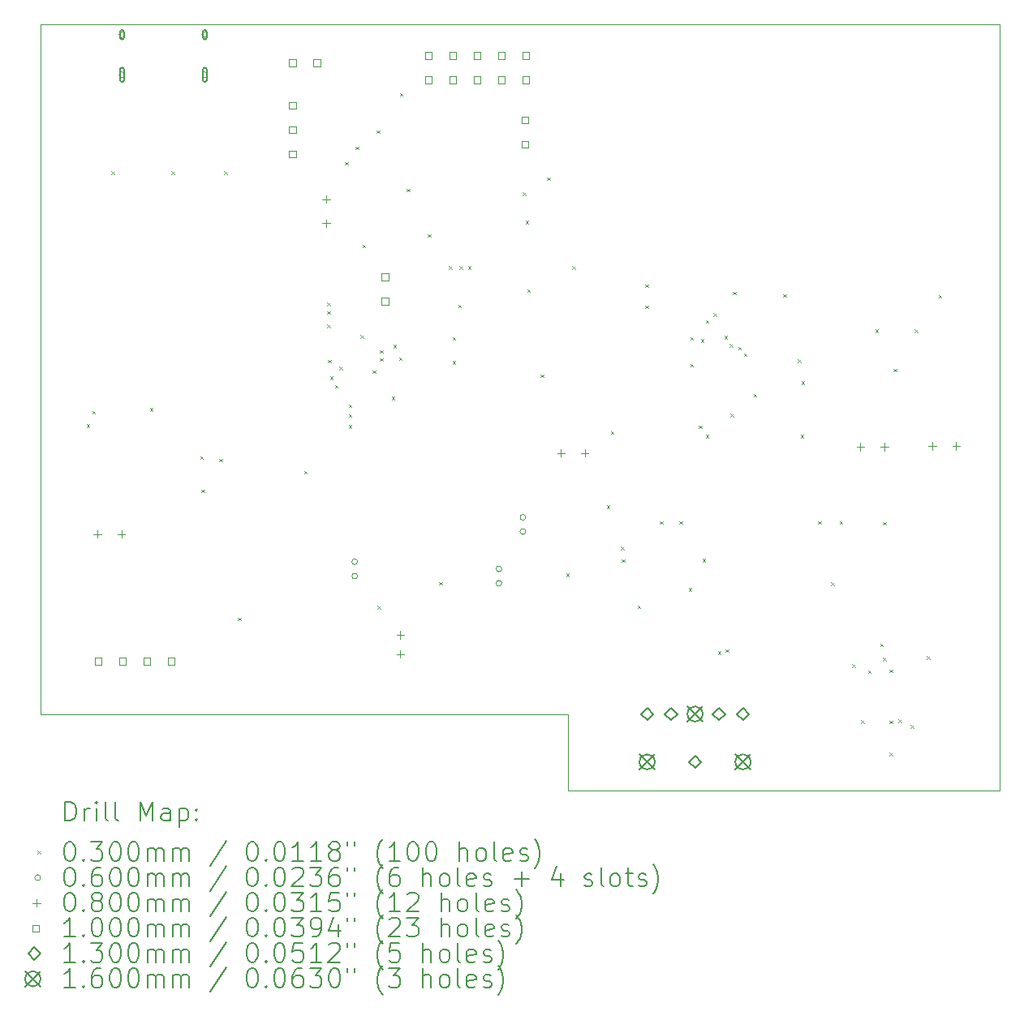
<source format=gbr>
%FSLAX45Y45*%
G04 Gerber Fmt 4.5, Leading zero omitted, Abs format (unit mm)*
G04 Created by KiCad (PCBNEW (6.0.0)) date 2022-05-19 20:02:12*
%MOMM*%
%LPD*%
G01*
G04 APERTURE LIST*
%TA.AperFunction,Profile*%
%ADD10C,0.100000*%
%TD*%
%ADD11C,0.200000*%
%ADD12C,0.030000*%
%ADD13C,0.060000*%
%ADD14C,0.080000*%
%ADD15C,0.100000*%
%ADD16C,0.130000*%
%ADD17C,0.160000*%
G04 APERTURE END LIST*
D10*
X8791250Y-5465000D02*
X8791250Y-12665000D01*
X14291250Y-13465000D02*
X18791250Y-13465000D01*
X18791250Y-13465000D02*
X18791250Y-12465000D01*
X18791250Y-12465000D02*
X18791250Y-5465000D01*
X14291250Y-12665000D02*
X8791250Y-12665000D01*
X14291250Y-13465000D02*
X14291250Y-12665000D01*
X18791250Y-5465000D02*
X8791250Y-5465000D01*
D11*
D12*
X9266250Y-9640000D02*
X9296250Y-9670000D01*
X9296250Y-9640000D02*
X9266250Y-9670000D01*
X9326250Y-9500000D02*
X9356250Y-9530000D01*
X9356250Y-9500000D02*
X9326250Y-9530000D01*
X9526250Y-7000000D02*
X9556250Y-7030000D01*
X9556250Y-7000000D02*
X9526250Y-7030000D01*
X9926250Y-9470000D02*
X9956250Y-9500000D01*
X9956250Y-9470000D02*
X9926250Y-9500000D01*
X10151250Y-7000000D02*
X10181250Y-7030000D01*
X10181250Y-7000000D02*
X10151250Y-7030000D01*
X10451250Y-9975000D02*
X10481250Y-10005000D01*
X10481250Y-9975000D02*
X10451250Y-10005000D01*
X10466250Y-10320000D02*
X10496250Y-10350000D01*
X10496250Y-10320000D02*
X10466250Y-10350000D01*
X10651250Y-10000000D02*
X10681250Y-10030000D01*
X10681250Y-10000000D02*
X10651250Y-10030000D01*
X10701250Y-7000000D02*
X10731250Y-7030000D01*
X10731250Y-7000000D02*
X10701250Y-7030000D01*
X10845000Y-11660000D02*
X10875000Y-11690000D01*
X10875000Y-11660000D02*
X10845000Y-11690000D01*
X11536250Y-10124901D02*
X11566250Y-10154901D01*
X11566250Y-10124901D02*
X11536250Y-10154901D01*
X11776250Y-8370000D02*
X11806250Y-8400000D01*
X11806250Y-8370000D02*
X11776250Y-8400000D01*
X11776250Y-8460000D02*
X11806250Y-8490000D01*
X11806250Y-8460000D02*
X11776250Y-8490000D01*
X11776250Y-8600000D02*
X11806250Y-8630000D01*
X11806250Y-8600000D02*
X11776250Y-8630000D01*
X11786250Y-8965110D02*
X11816250Y-8995110D01*
X11816250Y-8965110D02*
X11786250Y-8995110D01*
X11806250Y-9140000D02*
X11836250Y-9170000D01*
X11836250Y-9140000D02*
X11806250Y-9170000D01*
X11856250Y-9230000D02*
X11886250Y-9260000D01*
X11886250Y-9230000D02*
X11856250Y-9260000D01*
X11906250Y-9040001D02*
X11936250Y-9070001D01*
X11936250Y-9040001D02*
X11906250Y-9070001D01*
X11966250Y-6900000D02*
X11996250Y-6930000D01*
X11996250Y-6900000D02*
X11966250Y-6930000D01*
X12001250Y-9432450D02*
X12031250Y-9462450D01*
X12031250Y-9432450D02*
X12001250Y-9462450D01*
X12001250Y-9532400D02*
X12031250Y-9562400D01*
X12031250Y-9532400D02*
X12001250Y-9562400D01*
X12001250Y-9650000D02*
X12031250Y-9680000D01*
X12031250Y-9650000D02*
X12001250Y-9680000D01*
X12076250Y-6740000D02*
X12106250Y-6770000D01*
X12106250Y-6740000D02*
X12076250Y-6770000D01*
X12126250Y-8710000D02*
X12156250Y-8740000D01*
X12156250Y-8710000D02*
X12126250Y-8740000D01*
X12146250Y-7764890D02*
X12176250Y-7794890D01*
X12176250Y-7764890D02*
X12146250Y-7794890D01*
X12251250Y-9075000D02*
X12281250Y-9105000D01*
X12281250Y-9075000D02*
X12251250Y-9105000D01*
X12296250Y-6570000D02*
X12326250Y-6600000D01*
X12326250Y-6570000D02*
X12296250Y-6600000D01*
X12300750Y-11534500D02*
X12330750Y-11564500D01*
X12330750Y-11534500D02*
X12300750Y-11564500D01*
X12326250Y-8948700D02*
X12356250Y-8978700D01*
X12356250Y-8948700D02*
X12326250Y-8978700D01*
X12330219Y-8865110D02*
X12360219Y-8895110D01*
X12360219Y-8865110D02*
X12330219Y-8895110D01*
X12451250Y-9350000D02*
X12481250Y-9380000D01*
X12481250Y-9350000D02*
X12451250Y-9380000D01*
X12466250Y-8810000D02*
X12496250Y-8840000D01*
X12496250Y-8810000D02*
X12466250Y-8840000D01*
X12526250Y-8940000D02*
X12556250Y-8970000D01*
X12556250Y-8940000D02*
X12526250Y-8970000D01*
X12533750Y-6182500D02*
X12563750Y-6212500D01*
X12563750Y-6182500D02*
X12533750Y-6212500D01*
X12606250Y-7180000D02*
X12636250Y-7210000D01*
X12636250Y-7180000D02*
X12606250Y-7210000D01*
X12826250Y-7654890D02*
X12856250Y-7684890D01*
X12856250Y-7654890D02*
X12826250Y-7684890D01*
X12945000Y-11285000D02*
X12975000Y-11315000D01*
X12975000Y-11285000D02*
X12945000Y-11315000D01*
X13046250Y-7990000D02*
X13076250Y-8020000D01*
X13076250Y-7990000D02*
X13046250Y-8020000D01*
X13086250Y-8730000D02*
X13116250Y-8760000D01*
X13116250Y-8730000D02*
X13086250Y-8760000D01*
X13086250Y-8980000D02*
X13116250Y-9010000D01*
X13116250Y-8980000D02*
X13086250Y-9010000D01*
X13146250Y-8390000D02*
X13176250Y-8420000D01*
X13176250Y-8390000D02*
X13146250Y-8420000D01*
X13156250Y-7990000D02*
X13186250Y-8020000D01*
X13186250Y-7990000D02*
X13156250Y-8020000D01*
X13246250Y-7990000D02*
X13276250Y-8020000D01*
X13276250Y-7990000D02*
X13246250Y-8020000D01*
X13816250Y-7220000D02*
X13846250Y-7250000D01*
X13846250Y-7220000D02*
X13816250Y-7250000D01*
X13846250Y-7512502D02*
X13876250Y-7542502D01*
X13876250Y-7512502D02*
X13846250Y-7542502D01*
X13866250Y-8230000D02*
X13896250Y-8260000D01*
X13896250Y-8230000D02*
X13866250Y-8260000D01*
X14006250Y-9120000D02*
X14036250Y-9150000D01*
X14036250Y-9120000D02*
X14006250Y-9150000D01*
X14071140Y-7060000D02*
X14101140Y-7090000D01*
X14101140Y-7060000D02*
X14071140Y-7090000D01*
X14270000Y-11196250D02*
X14300000Y-11226250D01*
X14300000Y-11196250D02*
X14270000Y-11226250D01*
X14336250Y-7990000D02*
X14366250Y-8020000D01*
X14366250Y-7990000D02*
X14336250Y-8020000D01*
X14696250Y-10484890D02*
X14726250Y-10514890D01*
X14726250Y-10484890D02*
X14696250Y-10514890D01*
X14736250Y-9710000D02*
X14766250Y-9740000D01*
X14766250Y-9710000D02*
X14736250Y-9740000D01*
X14843250Y-10917000D02*
X14873250Y-10947000D01*
X14873250Y-10917000D02*
X14843250Y-10947000D01*
X14851250Y-11050000D02*
X14881250Y-11080000D01*
X14881250Y-11050000D02*
X14851250Y-11080000D01*
X15016250Y-11530000D02*
X15046250Y-11560000D01*
X15046250Y-11530000D02*
X15016250Y-11560000D01*
X15096250Y-8180000D02*
X15126250Y-8210000D01*
X15126250Y-8180000D02*
X15096250Y-8210000D01*
X15096250Y-8400000D02*
X15126250Y-8430000D01*
X15126250Y-8400000D02*
X15096250Y-8430000D01*
X15251250Y-10650000D02*
X15281250Y-10680000D01*
X15281250Y-10650000D02*
X15251250Y-10680000D01*
X15451250Y-10650000D02*
X15481250Y-10680000D01*
X15481250Y-10650000D02*
X15451250Y-10680000D01*
X15551250Y-11350000D02*
X15581250Y-11380000D01*
X15581250Y-11350000D02*
X15551250Y-11380000D01*
X15566250Y-8730000D02*
X15596250Y-8760000D01*
X15596250Y-8730000D02*
X15566250Y-8760000D01*
X15566250Y-9010000D02*
X15596250Y-9040000D01*
X15596250Y-9010000D02*
X15566250Y-9040000D01*
X15656369Y-9653121D02*
X15686369Y-9683121D01*
X15686369Y-9653121D02*
X15656369Y-9683121D01*
X15675025Y-8751225D02*
X15705025Y-8781225D01*
X15705025Y-8751225D02*
X15675025Y-8781225D01*
X15695250Y-11044000D02*
X15725250Y-11074000D01*
X15725250Y-11044000D02*
X15695250Y-11074000D01*
X15726250Y-8550000D02*
X15756250Y-8580000D01*
X15756250Y-8550000D02*
X15726250Y-8580000D01*
X15726250Y-9750000D02*
X15756250Y-9780000D01*
X15756250Y-9750000D02*
X15726250Y-9780000D01*
X15806250Y-8480000D02*
X15836250Y-8510000D01*
X15836250Y-8480000D02*
X15806250Y-8510000D01*
X15856250Y-12010000D02*
X15886250Y-12040000D01*
X15886250Y-12010000D02*
X15856250Y-12040000D01*
X15920808Y-8716836D02*
X15950808Y-8746836D01*
X15950808Y-8716836D02*
X15920808Y-8746836D01*
X15936250Y-11990000D02*
X15966250Y-12020000D01*
X15966250Y-11990000D02*
X15936250Y-12020000D01*
X15976250Y-8800000D02*
X16006250Y-8830000D01*
X16006250Y-8800000D02*
X15976250Y-8830000D01*
X15986250Y-9530000D02*
X16016250Y-9560000D01*
X16016250Y-9530000D02*
X15986250Y-9560000D01*
X16011250Y-8255000D02*
X16041250Y-8285000D01*
X16041250Y-8255000D02*
X16011250Y-8285000D01*
X16066250Y-8830000D02*
X16096250Y-8860000D01*
X16096250Y-8830000D02*
X16066250Y-8860000D01*
X16126250Y-8899779D02*
X16156250Y-8929779D01*
X16156250Y-8899779D02*
X16126250Y-8929779D01*
X16226250Y-9320000D02*
X16256250Y-9350000D01*
X16256250Y-9320000D02*
X16226250Y-9350000D01*
X16536250Y-8280000D02*
X16566250Y-8310000D01*
X16566250Y-8280000D02*
X16536250Y-8310000D01*
X16686250Y-8960000D02*
X16716250Y-8990000D01*
X16716250Y-8960000D02*
X16686250Y-8990000D01*
X16716250Y-9750000D02*
X16746250Y-9780000D01*
X16746250Y-9750000D02*
X16716250Y-9780000D01*
X16726250Y-9190000D02*
X16756250Y-9220000D01*
X16756250Y-9190000D02*
X16726250Y-9220000D01*
X16901250Y-10650000D02*
X16931250Y-10680000D01*
X16931250Y-10650000D02*
X16901250Y-10680000D01*
X17036250Y-11290000D02*
X17066250Y-11320000D01*
X17066250Y-11290000D02*
X17036250Y-11320000D01*
X17126250Y-10650000D02*
X17156250Y-10680000D01*
X17156250Y-10650000D02*
X17126250Y-10680000D01*
X17253750Y-12147500D02*
X17283750Y-12177500D01*
X17283750Y-12147500D02*
X17253750Y-12177500D01*
X17348125Y-12731875D02*
X17378125Y-12761875D01*
X17378125Y-12731875D02*
X17348125Y-12761875D01*
X17421140Y-12210000D02*
X17451140Y-12240000D01*
X17451140Y-12210000D02*
X17421140Y-12240000D01*
X17496250Y-8650000D02*
X17526250Y-8680000D01*
X17526250Y-8650000D02*
X17496250Y-8680000D01*
X17546250Y-11930000D02*
X17576250Y-11960000D01*
X17576250Y-11930000D02*
X17546250Y-11960000D01*
X17576250Y-10660000D02*
X17606250Y-10690000D01*
X17606250Y-10660000D02*
X17576250Y-10690000D01*
X17576250Y-12080000D02*
X17606250Y-12110000D01*
X17606250Y-12080000D02*
X17576250Y-12110000D01*
X17646250Y-12200000D02*
X17676250Y-12230000D01*
X17676250Y-12200000D02*
X17646250Y-12230000D01*
X17646250Y-12734890D02*
X17676250Y-12764890D01*
X17676250Y-12734890D02*
X17646250Y-12764890D01*
X17646250Y-13070000D02*
X17676250Y-13100000D01*
X17676250Y-13070000D02*
X17646250Y-13100000D01*
X17686250Y-9060000D02*
X17716250Y-9090000D01*
X17716250Y-9060000D02*
X17686250Y-9090000D01*
X17736250Y-12720000D02*
X17766250Y-12750000D01*
X17766250Y-12720000D02*
X17736250Y-12750000D01*
X17866250Y-12780000D02*
X17896250Y-12810000D01*
X17896250Y-12780000D02*
X17866250Y-12810000D01*
X17906250Y-8650000D02*
X17936250Y-8680000D01*
X17936250Y-8650000D02*
X17906250Y-8680000D01*
X18036250Y-12060000D02*
X18066250Y-12090000D01*
X18066250Y-12060000D02*
X18036250Y-12090000D01*
X18156250Y-8290000D02*
X18186250Y-8320000D01*
X18186250Y-8290000D02*
X18156250Y-8320000D01*
D13*
X9666750Y-5571500D02*
G75*
G03*
X9666750Y-5571500I-30000J0D01*
G01*
D11*
X9656750Y-5601500D02*
X9656750Y-5541500D01*
X9616750Y-5601500D02*
X9616750Y-5541500D01*
X9656750Y-5541500D02*
G75*
G03*
X9616750Y-5541500I-20000J0D01*
G01*
X9616750Y-5601500D02*
G75*
G03*
X9656750Y-5601500I20000J0D01*
G01*
D13*
X9666750Y-5989500D02*
G75*
G03*
X9666750Y-5989500I-30000J0D01*
G01*
D11*
X9656750Y-6044500D02*
X9656750Y-5934500D01*
X9616750Y-6044500D02*
X9616750Y-5934500D01*
X9656750Y-5934500D02*
G75*
G03*
X9616750Y-5934500I-20000J0D01*
G01*
X9616750Y-6044500D02*
G75*
G03*
X9656750Y-6044500I20000J0D01*
G01*
D13*
X10530750Y-5571500D02*
G75*
G03*
X10530750Y-5571500I-30000J0D01*
G01*
D11*
X10520750Y-5601500D02*
X10520750Y-5541500D01*
X10480750Y-5601500D02*
X10480750Y-5541500D01*
X10520750Y-5541500D02*
G75*
G03*
X10480750Y-5541500I-20000J0D01*
G01*
X10480750Y-5601500D02*
G75*
G03*
X10520750Y-5601500I20000J0D01*
G01*
D13*
X10530750Y-5989500D02*
G75*
G03*
X10530750Y-5989500I-30000J0D01*
G01*
D11*
X10520750Y-6044500D02*
X10520750Y-5934500D01*
X10480750Y-6044500D02*
X10480750Y-5934500D01*
X10520750Y-5934500D02*
G75*
G03*
X10480750Y-5934500I-20000J0D01*
G01*
X10480750Y-6044500D02*
G75*
G03*
X10520750Y-6044500I20000J0D01*
G01*
D13*
X12095000Y-11075000D02*
G75*
G03*
X12095000Y-11075000I-30000J0D01*
G01*
X12095000Y-11225000D02*
G75*
G03*
X12095000Y-11225000I-30000J0D01*
G01*
X13600000Y-11150000D02*
G75*
G03*
X13600000Y-11150000I-30000J0D01*
G01*
X13600000Y-11300000D02*
G75*
G03*
X13600000Y-11300000I-30000J0D01*
G01*
X13850000Y-10610000D02*
G75*
G03*
X13850000Y-10610000I-30000J0D01*
G01*
X13850000Y-10760000D02*
G75*
G03*
X13850000Y-10760000I-30000J0D01*
G01*
D14*
X9381250Y-10745000D02*
X9381250Y-10825000D01*
X9341250Y-10785000D02*
X9421250Y-10785000D01*
X9631250Y-10745000D02*
X9631250Y-10825000D01*
X9591250Y-10785000D02*
X9671250Y-10785000D01*
X11766250Y-7250000D02*
X11766250Y-7330000D01*
X11726250Y-7290000D02*
X11806250Y-7290000D01*
X11766250Y-7500000D02*
X11766250Y-7580000D01*
X11726250Y-7540000D02*
X11806250Y-7540000D01*
X12541250Y-11800000D02*
X12541250Y-11880000D01*
X12501250Y-11840000D02*
X12581250Y-11840000D01*
X12541250Y-12000000D02*
X12541250Y-12080000D01*
X12501250Y-12040000D02*
X12581250Y-12040000D01*
X14216250Y-9900000D02*
X14216250Y-9980000D01*
X14176250Y-9940000D02*
X14256250Y-9940000D01*
X14466250Y-9900000D02*
X14466250Y-9980000D01*
X14426250Y-9940000D02*
X14506250Y-9940000D01*
X17341250Y-9835000D02*
X17341250Y-9915000D01*
X17301250Y-9875000D02*
X17381250Y-9875000D01*
X17591250Y-9835000D02*
X17591250Y-9915000D01*
X17551250Y-9875000D02*
X17631250Y-9875000D01*
X18091250Y-9825000D02*
X18091250Y-9905000D01*
X18051250Y-9865000D02*
X18131250Y-9865000D01*
X18341250Y-9825000D02*
X18341250Y-9905000D01*
X18301250Y-9865000D02*
X18381250Y-9865000D01*
D15*
X9421606Y-12150356D02*
X9421606Y-12079644D01*
X9350894Y-12079644D01*
X9350894Y-12150356D01*
X9421606Y-12150356D01*
X9675606Y-12150356D02*
X9675606Y-12079644D01*
X9604894Y-12079644D01*
X9604894Y-12150356D01*
X9675606Y-12150356D01*
X9929606Y-12150356D02*
X9929606Y-12079644D01*
X9858894Y-12079644D01*
X9858894Y-12150356D01*
X9929606Y-12150356D01*
X10183606Y-12150356D02*
X10183606Y-12079644D01*
X10112894Y-12079644D01*
X10112894Y-12150356D01*
X10183606Y-12150356D01*
X11451606Y-5900356D02*
X11451606Y-5829644D01*
X11380894Y-5829644D01*
X11380894Y-5900356D01*
X11451606Y-5900356D01*
X11451606Y-6344856D02*
X11451606Y-6274144D01*
X11380894Y-6274144D01*
X11380894Y-6344856D01*
X11451606Y-6344856D01*
X11451606Y-6598856D02*
X11451606Y-6528144D01*
X11380894Y-6528144D01*
X11380894Y-6598856D01*
X11451606Y-6598856D01*
X11451606Y-6852856D02*
X11451606Y-6782144D01*
X11380894Y-6782144D01*
X11380894Y-6852856D01*
X11451606Y-6852856D01*
X11705606Y-5900356D02*
X11705606Y-5829644D01*
X11634894Y-5829644D01*
X11634894Y-5900356D01*
X11705606Y-5900356D01*
X12416606Y-8136356D02*
X12416606Y-8065644D01*
X12345894Y-8065644D01*
X12345894Y-8136356D01*
X12416606Y-8136356D01*
X12416606Y-8390356D02*
X12416606Y-8319644D01*
X12345894Y-8319644D01*
X12345894Y-8390356D01*
X12416606Y-8390356D01*
X12869106Y-5823856D02*
X12869106Y-5753144D01*
X12798394Y-5753144D01*
X12798394Y-5823856D01*
X12869106Y-5823856D01*
X12869106Y-6077856D02*
X12869106Y-6007144D01*
X12798394Y-6007144D01*
X12798394Y-6077856D01*
X12869106Y-6077856D01*
X13123106Y-5823856D02*
X13123106Y-5753144D01*
X13052394Y-5753144D01*
X13052394Y-5823856D01*
X13123106Y-5823856D01*
X13123106Y-6077856D02*
X13123106Y-6007144D01*
X13052394Y-6007144D01*
X13052394Y-6077856D01*
X13123106Y-6077856D01*
X13377106Y-5823856D02*
X13377106Y-5753144D01*
X13306394Y-5753144D01*
X13306394Y-5823856D01*
X13377106Y-5823856D01*
X13377106Y-6077856D02*
X13377106Y-6007144D01*
X13306394Y-6007144D01*
X13306394Y-6077856D01*
X13377106Y-6077856D01*
X13631106Y-5823856D02*
X13631106Y-5753144D01*
X13560394Y-5753144D01*
X13560394Y-5823856D01*
X13631106Y-5823856D01*
X13631106Y-6077856D02*
X13631106Y-6007144D01*
X13560394Y-6007144D01*
X13560394Y-6077856D01*
X13631106Y-6077856D01*
X13876606Y-6498856D02*
X13876606Y-6428144D01*
X13805894Y-6428144D01*
X13805894Y-6498856D01*
X13876606Y-6498856D01*
X13876606Y-6752856D02*
X13876606Y-6682144D01*
X13805894Y-6682144D01*
X13805894Y-6752856D01*
X13876606Y-6752856D01*
X13885106Y-5823856D02*
X13885106Y-5753144D01*
X13814394Y-5753144D01*
X13814394Y-5823856D01*
X13885106Y-5823856D01*
X13885106Y-6077856D02*
X13885106Y-6007144D01*
X13814394Y-6007144D01*
X13814394Y-6077856D01*
X13885106Y-6077856D01*
D16*
X15116250Y-12730000D02*
X15181250Y-12665000D01*
X15116250Y-12600000D01*
X15051250Y-12665000D01*
X15116250Y-12730000D01*
X15366250Y-12730000D02*
X15431250Y-12665000D01*
X15366250Y-12600000D01*
X15301250Y-12665000D01*
X15366250Y-12730000D01*
X15616250Y-13230000D02*
X15681250Y-13165000D01*
X15616250Y-13100000D01*
X15551250Y-13165000D01*
X15616250Y-13230000D01*
X15866250Y-12730000D02*
X15931250Y-12665000D01*
X15866250Y-12600000D01*
X15801250Y-12665000D01*
X15866250Y-12730000D01*
X16116250Y-12730000D02*
X16181250Y-12665000D01*
X16116250Y-12600000D01*
X16051250Y-12665000D01*
X16116250Y-12730000D01*
D17*
X15036250Y-13085000D02*
X15196250Y-13245000D01*
X15196250Y-13085000D02*
X15036250Y-13245000D01*
X15196250Y-13165000D02*
G75*
G03*
X15196250Y-13165000I-80000J0D01*
G01*
X15536250Y-12585000D02*
X15696250Y-12745000D01*
X15696250Y-12585000D02*
X15536250Y-12745000D01*
X15696250Y-12665000D02*
G75*
G03*
X15696250Y-12665000I-80000J0D01*
G01*
X16036250Y-13085000D02*
X16196250Y-13245000D01*
X16196250Y-13085000D02*
X16036250Y-13245000D01*
X16196250Y-13165000D02*
G75*
G03*
X16196250Y-13165000I-80000J0D01*
G01*
D11*
X9043869Y-13780476D02*
X9043869Y-13580476D01*
X9091488Y-13580476D01*
X9120060Y-13590000D01*
X9139107Y-13609048D01*
X9148631Y-13628095D01*
X9158155Y-13666190D01*
X9158155Y-13694762D01*
X9148631Y-13732857D01*
X9139107Y-13751905D01*
X9120060Y-13770952D01*
X9091488Y-13780476D01*
X9043869Y-13780476D01*
X9243869Y-13780476D02*
X9243869Y-13647143D01*
X9243869Y-13685238D02*
X9253393Y-13666190D01*
X9262917Y-13656667D01*
X9281964Y-13647143D01*
X9301012Y-13647143D01*
X9367679Y-13780476D02*
X9367679Y-13647143D01*
X9367679Y-13580476D02*
X9358155Y-13590000D01*
X9367679Y-13599524D01*
X9377202Y-13590000D01*
X9367679Y-13580476D01*
X9367679Y-13599524D01*
X9491488Y-13780476D02*
X9472440Y-13770952D01*
X9462917Y-13751905D01*
X9462917Y-13580476D01*
X9596250Y-13780476D02*
X9577202Y-13770952D01*
X9567679Y-13751905D01*
X9567679Y-13580476D01*
X9824821Y-13780476D02*
X9824821Y-13580476D01*
X9891488Y-13723333D01*
X9958155Y-13580476D01*
X9958155Y-13780476D01*
X10139107Y-13780476D02*
X10139107Y-13675714D01*
X10129583Y-13656667D01*
X10110536Y-13647143D01*
X10072440Y-13647143D01*
X10053393Y-13656667D01*
X10139107Y-13770952D02*
X10120060Y-13780476D01*
X10072440Y-13780476D01*
X10053393Y-13770952D01*
X10043869Y-13751905D01*
X10043869Y-13732857D01*
X10053393Y-13713809D01*
X10072440Y-13704286D01*
X10120060Y-13704286D01*
X10139107Y-13694762D01*
X10234345Y-13647143D02*
X10234345Y-13847143D01*
X10234345Y-13656667D02*
X10253393Y-13647143D01*
X10291488Y-13647143D01*
X10310536Y-13656667D01*
X10320060Y-13666190D01*
X10329583Y-13685238D01*
X10329583Y-13742381D01*
X10320060Y-13761428D01*
X10310536Y-13770952D01*
X10291488Y-13780476D01*
X10253393Y-13780476D01*
X10234345Y-13770952D01*
X10415298Y-13761428D02*
X10424821Y-13770952D01*
X10415298Y-13780476D01*
X10405774Y-13770952D01*
X10415298Y-13761428D01*
X10415298Y-13780476D01*
X10415298Y-13656667D02*
X10424821Y-13666190D01*
X10415298Y-13675714D01*
X10405774Y-13666190D01*
X10415298Y-13656667D01*
X10415298Y-13675714D01*
D12*
X8756250Y-14095000D02*
X8786250Y-14125000D01*
X8786250Y-14095000D02*
X8756250Y-14125000D01*
D11*
X9081964Y-14000476D02*
X9101012Y-14000476D01*
X9120060Y-14010000D01*
X9129583Y-14019524D01*
X9139107Y-14038571D01*
X9148631Y-14076667D01*
X9148631Y-14124286D01*
X9139107Y-14162381D01*
X9129583Y-14181428D01*
X9120060Y-14190952D01*
X9101012Y-14200476D01*
X9081964Y-14200476D01*
X9062917Y-14190952D01*
X9053393Y-14181428D01*
X9043869Y-14162381D01*
X9034345Y-14124286D01*
X9034345Y-14076667D01*
X9043869Y-14038571D01*
X9053393Y-14019524D01*
X9062917Y-14010000D01*
X9081964Y-14000476D01*
X9234345Y-14181428D02*
X9243869Y-14190952D01*
X9234345Y-14200476D01*
X9224821Y-14190952D01*
X9234345Y-14181428D01*
X9234345Y-14200476D01*
X9310536Y-14000476D02*
X9434345Y-14000476D01*
X9367679Y-14076667D01*
X9396250Y-14076667D01*
X9415298Y-14086190D01*
X9424821Y-14095714D01*
X9434345Y-14114762D01*
X9434345Y-14162381D01*
X9424821Y-14181428D01*
X9415298Y-14190952D01*
X9396250Y-14200476D01*
X9339107Y-14200476D01*
X9320060Y-14190952D01*
X9310536Y-14181428D01*
X9558155Y-14000476D02*
X9577202Y-14000476D01*
X9596250Y-14010000D01*
X9605774Y-14019524D01*
X9615298Y-14038571D01*
X9624821Y-14076667D01*
X9624821Y-14124286D01*
X9615298Y-14162381D01*
X9605774Y-14181428D01*
X9596250Y-14190952D01*
X9577202Y-14200476D01*
X9558155Y-14200476D01*
X9539107Y-14190952D01*
X9529583Y-14181428D01*
X9520060Y-14162381D01*
X9510536Y-14124286D01*
X9510536Y-14076667D01*
X9520060Y-14038571D01*
X9529583Y-14019524D01*
X9539107Y-14010000D01*
X9558155Y-14000476D01*
X9748631Y-14000476D02*
X9767679Y-14000476D01*
X9786726Y-14010000D01*
X9796250Y-14019524D01*
X9805774Y-14038571D01*
X9815298Y-14076667D01*
X9815298Y-14124286D01*
X9805774Y-14162381D01*
X9796250Y-14181428D01*
X9786726Y-14190952D01*
X9767679Y-14200476D01*
X9748631Y-14200476D01*
X9729583Y-14190952D01*
X9720060Y-14181428D01*
X9710536Y-14162381D01*
X9701012Y-14124286D01*
X9701012Y-14076667D01*
X9710536Y-14038571D01*
X9720060Y-14019524D01*
X9729583Y-14010000D01*
X9748631Y-14000476D01*
X9901012Y-14200476D02*
X9901012Y-14067143D01*
X9901012Y-14086190D02*
X9910536Y-14076667D01*
X9929583Y-14067143D01*
X9958155Y-14067143D01*
X9977202Y-14076667D01*
X9986726Y-14095714D01*
X9986726Y-14200476D01*
X9986726Y-14095714D02*
X9996250Y-14076667D01*
X10015298Y-14067143D01*
X10043869Y-14067143D01*
X10062917Y-14076667D01*
X10072440Y-14095714D01*
X10072440Y-14200476D01*
X10167679Y-14200476D02*
X10167679Y-14067143D01*
X10167679Y-14086190D02*
X10177202Y-14076667D01*
X10196250Y-14067143D01*
X10224821Y-14067143D01*
X10243869Y-14076667D01*
X10253393Y-14095714D01*
X10253393Y-14200476D01*
X10253393Y-14095714D02*
X10262917Y-14076667D01*
X10281964Y-14067143D01*
X10310536Y-14067143D01*
X10329583Y-14076667D01*
X10339107Y-14095714D01*
X10339107Y-14200476D01*
X10729583Y-13990952D02*
X10558155Y-14248095D01*
X10986726Y-14000476D02*
X11005774Y-14000476D01*
X11024821Y-14010000D01*
X11034345Y-14019524D01*
X11043869Y-14038571D01*
X11053393Y-14076667D01*
X11053393Y-14124286D01*
X11043869Y-14162381D01*
X11034345Y-14181428D01*
X11024821Y-14190952D01*
X11005774Y-14200476D01*
X10986726Y-14200476D01*
X10967679Y-14190952D01*
X10958155Y-14181428D01*
X10948631Y-14162381D01*
X10939107Y-14124286D01*
X10939107Y-14076667D01*
X10948631Y-14038571D01*
X10958155Y-14019524D01*
X10967679Y-14010000D01*
X10986726Y-14000476D01*
X11139107Y-14181428D02*
X11148631Y-14190952D01*
X11139107Y-14200476D01*
X11129583Y-14190952D01*
X11139107Y-14181428D01*
X11139107Y-14200476D01*
X11272440Y-14000476D02*
X11291488Y-14000476D01*
X11310536Y-14010000D01*
X11320059Y-14019524D01*
X11329583Y-14038571D01*
X11339107Y-14076667D01*
X11339107Y-14124286D01*
X11329583Y-14162381D01*
X11320059Y-14181428D01*
X11310536Y-14190952D01*
X11291488Y-14200476D01*
X11272440Y-14200476D01*
X11253393Y-14190952D01*
X11243869Y-14181428D01*
X11234345Y-14162381D01*
X11224821Y-14124286D01*
X11224821Y-14076667D01*
X11234345Y-14038571D01*
X11243869Y-14019524D01*
X11253393Y-14010000D01*
X11272440Y-14000476D01*
X11529583Y-14200476D02*
X11415298Y-14200476D01*
X11472440Y-14200476D02*
X11472440Y-14000476D01*
X11453393Y-14029048D01*
X11434345Y-14048095D01*
X11415298Y-14057619D01*
X11720059Y-14200476D02*
X11605774Y-14200476D01*
X11662917Y-14200476D02*
X11662917Y-14000476D01*
X11643869Y-14029048D01*
X11624821Y-14048095D01*
X11605774Y-14057619D01*
X11834345Y-14086190D02*
X11815298Y-14076667D01*
X11805774Y-14067143D01*
X11796250Y-14048095D01*
X11796250Y-14038571D01*
X11805774Y-14019524D01*
X11815298Y-14010000D01*
X11834345Y-14000476D01*
X11872440Y-14000476D01*
X11891488Y-14010000D01*
X11901012Y-14019524D01*
X11910536Y-14038571D01*
X11910536Y-14048095D01*
X11901012Y-14067143D01*
X11891488Y-14076667D01*
X11872440Y-14086190D01*
X11834345Y-14086190D01*
X11815298Y-14095714D01*
X11805774Y-14105238D01*
X11796250Y-14124286D01*
X11796250Y-14162381D01*
X11805774Y-14181428D01*
X11815298Y-14190952D01*
X11834345Y-14200476D01*
X11872440Y-14200476D01*
X11891488Y-14190952D01*
X11901012Y-14181428D01*
X11910536Y-14162381D01*
X11910536Y-14124286D01*
X11901012Y-14105238D01*
X11891488Y-14095714D01*
X11872440Y-14086190D01*
X11986726Y-14000476D02*
X11986726Y-14038571D01*
X12062917Y-14000476D02*
X12062917Y-14038571D01*
X12358155Y-14276667D02*
X12348631Y-14267143D01*
X12329583Y-14238571D01*
X12320059Y-14219524D01*
X12310536Y-14190952D01*
X12301012Y-14143333D01*
X12301012Y-14105238D01*
X12310536Y-14057619D01*
X12320059Y-14029048D01*
X12329583Y-14010000D01*
X12348631Y-13981428D01*
X12358155Y-13971905D01*
X12539107Y-14200476D02*
X12424821Y-14200476D01*
X12481964Y-14200476D02*
X12481964Y-14000476D01*
X12462917Y-14029048D01*
X12443869Y-14048095D01*
X12424821Y-14057619D01*
X12662917Y-14000476D02*
X12681964Y-14000476D01*
X12701012Y-14010000D01*
X12710536Y-14019524D01*
X12720059Y-14038571D01*
X12729583Y-14076667D01*
X12729583Y-14124286D01*
X12720059Y-14162381D01*
X12710536Y-14181428D01*
X12701012Y-14190952D01*
X12681964Y-14200476D01*
X12662917Y-14200476D01*
X12643869Y-14190952D01*
X12634345Y-14181428D01*
X12624821Y-14162381D01*
X12615298Y-14124286D01*
X12615298Y-14076667D01*
X12624821Y-14038571D01*
X12634345Y-14019524D01*
X12643869Y-14010000D01*
X12662917Y-14000476D01*
X12853393Y-14000476D02*
X12872440Y-14000476D01*
X12891488Y-14010000D01*
X12901012Y-14019524D01*
X12910536Y-14038571D01*
X12920059Y-14076667D01*
X12920059Y-14124286D01*
X12910536Y-14162381D01*
X12901012Y-14181428D01*
X12891488Y-14190952D01*
X12872440Y-14200476D01*
X12853393Y-14200476D01*
X12834345Y-14190952D01*
X12824821Y-14181428D01*
X12815298Y-14162381D01*
X12805774Y-14124286D01*
X12805774Y-14076667D01*
X12815298Y-14038571D01*
X12824821Y-14019524D01*
X12834345Y-14010000D01*
X12853393Y-14000476D01*
X13158155Y-14200476D02*
X13158155Y-14000476D01*
X13243869Y-14200476D02*
X13243869Y-14095714D01*
X13234345Y-14076667D01*
X13215298Y-14067143D01*
X13186726Y-14067143D01*
X13167678Y-14076667D01*
X13158155Y-14086190D01*
X13367678Y-14200476D02*
X13348631Y-14190952D01*
X13339107Y-14181428D01*
X13329583Y-14162381D01*
X13329583Y-14105238D01*
X13339107Y-14086190D01*
X13348631Y-14076667D01*
X13367678Y-14067143D01*
X13396250Y-14067143D01*
X13415298Y-14076667D01*
X13424821Y-14086190D01*
X13434345Y-14105238D01*
X13434345Y-14162381D01*
X13424821Y-14181428D01*
X13415298Y-14190952D01*
X13396250Y-14200476D01*
X13367678Y-14200476D01*
X13548631Y-14200476D02*
X13529583Y-14190952D01*
X13520059Y-14171905D01*
X13520059Y-14000476D01*
X13701012Y-14190952D02*
X13681964Y-14200476D01*
X13643869Y-14200476D01*
X13624821Y-14190952D01*
X13615298Y-14171905D01*
X13615298Y-14095714D01*
X13624821Y-14076667D01*
X13643869Y-14067143D01*
X13681964Y-14067143D01*
X13701012Y-14076667D01*
X13710536Y-14095714D01*
X13710536Y-14114762D01*
X13615298Y-14133809D01*
X13786726Y-14190952D02*
X13805774Y-14200476D01*
X13843869Y-14200476D01*
X13862917Y-14190952D01*
X13872440Y-14171905D01*
X13872440Y-14162381D01*
X13862917Y-14143333D01*
X13843869Y-14133809D01*
X13815298Y-14133809D01*
X13796250Y-14124286D01*
X13786726Y-14105238D01*
X13786726Y-14095714D01*
X13796250Y-14076667D01*
X13815298Y-14067143D01*
X13843869Y-14067143D01*
X13862917Y-14076667D01*
X13939107Y-14276667D02*
X13948631Y-14267143D01*
X13967678Y-14238571D01*
X13977202Y-14219524D01*
X13986726Y-14190952D01*
X13996250Y-14143333D01*
X13996250Y-14105238D01*
X13986726Y-14057619D01*
X13977202Y-14029048D01*
X13967678Y-14010000D01*
X13948631Y-13981428D01*
X13939107Y-13971905D01*
D13*
X8786250Y-14374000D02*
G75*
G03*
X8786250Y-14374000I-30000J0D01*
G01*
D11*
X9081964Y-14264476D02*
X9101012Y-14264476D01*
X9120060Y-14274000D01*
X9129583Y-14283524D01*
X9139107Y-14302571D01*
X9148631Y-14340667D01*
X9148631Y-14388286D01*
X9139107Y-14426381D01*
X9129583Y-14445428D01*
X9120060Y-14454952D01*
X9101012Y-14464476D01*
X9081964Y-14464476D01*
X9062917Y-14454952D01*
X9053393Y-14445428D01*
X9043869Y-14426381D01*
X9034345Y-14388286D01*
X9034345Y-14340667D01*
X9043869Y-14302571D01*
X9053393Y-14283524D01*
X9062917Y-14274000D01*
X9081964Y-14264476D01*
X9234345Y-14445428D02*
X9243869Y-14454952D01*
X9234345Y-14464476D01*
X9224821Y-14454952D01*
X9234345Y-14445428D01*
X9234345Y-14464476D01*
X9415298Y-14264476D02*
X9377202Y-14264476D01*
X9358155Y-14274000D01*
X9348631Y-14283524D01*
X9329583Y-14312095D01*
X9320060Y-14350190D01*
X9320060Y-14426381D01*
X9329583Y-14445428D01*
X9339107Y-14454952D01*
X9358155Y-14464476D01*
X9396250Y-14464476D01*
X9415298Y-14454952D01*
X9424821Y-14445428D01*
X9434345Y-14426381D01*
X9434345Y-14378762D01*
X9424821Y-14359714D01*
X9415298Y-14350190D01*
X9396250Y-14340667D01*
X9358155Y-14340667D01*
X9339107Y-14350190D01*
X9329583Y-14359714D01*
X9320060Y-14378762D01*
X9558155Y-14264476D02*
X9577202Y-14264476D01*
X9596250Y-14274000D01*
X9605774Y-14283524D01*
X9615298Y-14302571D01*
X9624821Y-14340667D01*
X9624821Y-14388286D01*
X9615298Y-14426381D01*
X9605774Y-14445428D01*
X9596250Y-14454952D01*
X9577202Y-14464476D01*
X9558155Y-14464476D01*
X9539107Y-14454952D01*
X9529583Y-14445428D01*
X9520060Y-14426381D01*
X9510536Y-14388286D01*
X9510536Y-14340667D01*
X9520060Y-14302571D01*
X9529583Y-14283524D01*
X9539107Y-14274000D01*
X9558155Y-14264476D01*
X9748631Y-14264476D02*
X9767679Y-14264476D01*
X9786726Y-14274000D01*
X9796250Y-14283524D01*
X9805774Y-14302571D01*
X9815298Y-14340667D01*
X9815298Y-14388286D01*
X9805774Y-14426381D01*
X9796250Y-14445428D01*
X9786726Y-14454952D01*
X9767679Y-14464476D01*
X9748631Y-14464476D01*
X9729583Y-14454952D01*
X9720060Y-14445428D01*
X9710536Y-14426381D01*
X9701012Y-14388286D01*
X9701012Y-14340667D01*
X9710536Y-14302571D01*
X9720060Y-14283524D01*
X9729583Y-14274000D01*
X9748631Y-14264476D01*
X9901012Y-14464476D02*
X9901012Y-14331143D01*
X9901012Y-14350190D02*
X9910536Y-14340667D01*
X9929583Y-14331143D01*
X9958155Y-14331143D01*
X9977202Y-14340667D01*
X9986726Y-14359714D01*
X9986726Y-14464476D01*
X9986726Y-14359714D02*
X9996250Y-14340667D01*
X10015298Y-14331143D01*
X10043869Y-14331143D01*
X10062917Y-14340667D01*
X10072440Y-14359714D01*
X10072440Y-14464476D01*
X10167679Y-14464476D02*
X10167679Y-14331143D01*
X10167679Y-14350190D02*
X10177202Y-14340667D01*
X10196250Y-14331143D01*
X10224821Y-14331143D01*
X10243869Y-14340667D01*
X10253393Y-14359714D01*
X10253393Y-14464476D01*
X10253393Y-14359714D02*
X10262917Y-14340667D01*
X10281964Y-14331143D01*
X10310536Y-14331143D01*
X10329583Y-14340667D01*
X10339107Y-14359714D01*
X10339107Y-14464476D01*
X10729583Y-14254952D02*
X10558155Y-14512095D01*
X10986726Y-14264476D02*
X11005774Y-14264476D01*
X11024821Y-14274000D01*
X11034345Y-14283524D01*
X11043869Y-14302571D01*
X11053393Y-14340667D01*
X11053393Y-14388286D01*
X11043869Y-14426381D01*
X11034345Y-14445428D01*
X11024821Y-14454952D01*
X11005774Y-14464476D01*
X10986726Y-14464476D01*
X10967679Y-14454952D01*
X10958155Y-14445428D01*
X10948631Y-14426381D01*
X10939107Y-14388286D01*
X10939107Y-14340667D01*
X10948631Y-14302571D01*
X10958155Y-14283524D01*
X10967679Y-14274000D01*
X10986726Y-14264476D01*
X11139107Y-14445428D02*
X11148631Y-14454952D01*
X11139107Y-14464476D01*
X11129583Y-14454952D01*
X11139107Y-14445428D01*
X11139107Y-14464476D01*
X11272440Y-14264476D02*
X11291488Y-14264476D01*
X11310536Y-14274000D01*
X11320059Y-14283524D01*
X11329583Y-14302571D01*
X11339107Y-14340667D01*
X11339107Y-14388286D01*
X11329583Y-14426381D01*
X11320059Y-14445428D01*
X11310536Y-14454952D01*
X11291488Y-14464476D01*
X11272440Y-14464476D01*
X11253393Y-14454952D01*
X11243869Y-14445428D01*
X11234345Y-14426381D01*
X11224821Y-14388286D01*
X11224821Y-14340667D01*
X11234345Y-14302571D01*
X11243869Y-14283524D01*
X11253393Y-14274000D01*
X11272440Y-14264476D01*
X11415298Y-14283524D02*
X11424821Y-14274000D01*
X11443869Y-14264476D01*
X11491488Y-14264476D01*
X11510536Y-14274000D01*
X11520059Y-14283524D01*
X11529583Y-14302571D01*
X11529583Y-14321619D01*
X11520059Y-14350190D01*
X11405774Y-14464476D01*
X11529583Y-14464476D01*
X11596250Y-14264476D02*
X11720059Y-14264476D01*
X11653393Y-14340667D01*
X11681964Y-14340667D01*
X11701012Y-14350190D01*
X11710536Y-14359714D01*
X11720059Y-14378762D01*
X11720059Y-14426381D01*
X11710536Y-14445428D01*
X11701012Y-14454952D01*
X11681964Y-14464476D01*
X11624821Y-14464476D01*
X11605774Y-14454952D01*
X11596250Y-14445428D01*
X11891488Y-14264476D02*
X11853393Y-14264476D01*
X11834345Y-14274000D01*
X11824821Y-14283524D01*
X11805774Y-14312095D01*
X11796250Y-14350190D01*
X11796250Y-14426381D01*
X11805774Y-14445428D01*
X11815298Y-14454952D01*
X11834345Y-14464476D01*
X11872440Y-14464476D01*
X11891488Y-14454952D01*
X11901012Y-14445428D01*
X11910536Y-14426381D01*
X11910536Y-14378762D01*
X11901012Y-14359714D01*
X11891488Y-14350190D01*
X11872440Y-14340667D01*
X11834345Y-14340667D01*
X11815298Y-14350190D01*
X11805774Y-14359714D01*
X11796250Y-14378762D01*
X11986726Y-14264476D02*
X11986726Y-14302571D01*
X12062917Y-14264476D02*
X12062917Y-14302571D01*
X12358155Y-14540667D02*
X12348631Y-14531143D01*
X12329583Y-14502571D01*
X12320059Y-14483524D01*
X12310536Y-14454952D01*
X12301012Y-14407333D01*
X12301012Y-14369238D01*
X12310536Y-14321619D01*
X12320059Y-14293048D01*
X12329583Y-14274000D01*
X12348631Y-14245428D01*
X12358155Y-14235905D01*
X12520059Y-14264476D02*
X12481964Y-14264476D01*
X12462917Y-14274000D01*
X12453393Y-14283524D01*
X12434345Y-14312095D01*
X12424821Y-14350190D01*
X12424821Y-14426381D01*
X12434345Y-14445428D01*
X12443869Y-14454952D01*
X12462917Y-14464476D01*
X12501012Y-14464476D01*
X12520059Y-14454952D01*
X12529583Y-14445428D01*
X12539107Y-14426381D01*
X12539107Y-14378762D01*
X12529583Y-14359714D01*
X12520059Y-14350190D01*
X12501012Y-14340667D01*
X12462917Y-14340667D01*
X12443869Y-14350190D01*
X12434345Y-14359714D01*
X12424821Y-14378762D01*
X12777202Y-14464476D02*
X12777202Y-14264476D01*
X12862917Y-14464476D02*
X12862917Y-14359714D01*
X12853393Y-14340667D01*
X12834345Y-14331143D01*
X12805774Y-14331143D01*
X12786726Y-14340667D01*
X12777202Y-14350190D01*
X12986726Y-14464476D02*
X12967678Y-14454952D01*
X12958155Y-14445428D01*
X12948631Y-14426381D01*
X12948631Y-14369238D01*
X12958155Y-14350190D01*
X12967678Y-14340667D01*
X12986726Y-14331143D01*
X13015298Y-14331143D01*
X13034345Y-14340667D01*
X13043869Y-14350190D01*
X13053393Y-14369238D01*
X13053393Y-14426381D01*
X13043869Y-14445428D01*
X13034345Y-14454952D01*
X13015298Y-14464476D01*
X12986726Y-14464476D01*
X13167678Y-14464476D02*
X13148631Y-14454952D01*
X13139107Y-14435905D01*
X13139107Y-14264476D01*
X13320059Y-14454952D02*
X13301012Y-14464476D01*
X13262917Y-14464476D01*
X13243869Y-14454952D01*
X13234345Y-14435905D01*
X13234345Y-14359714D01*
X13243869Y-14340667D01*
X13262917Y-14331143D01*
X13301012Y-14331143D01*
X13320059Y-14340667D01*
X13329583Y-14359714D01*
X13329583Y-14378762D01*
X13234345Y-14397809D01*
X13405774Y-14454952D02*
X13424821Y-14464476D01*
X13462917Y-14464476D01*
X13481964Y-14454952D01*
X13491488Y-14435905D01*
X13491488Y-14426381D01*
X13481964Y-14407333D01*
X13462917Y-14397809D01*
X13434345Y-14397809D01*
X13415298Y-14388286D01*
X13405774Y-14369238D01*
X13405774Y-14359714D01*
X13415298Y-14340667D01*
X13434345Y-14331143D01*
X13462917Y-14331143D01*
X13481964Y-14340667D01*
X13729583Y-14388286D02*
X13881964Y-14388286D01*
X13805774Y-14464476D02*
X13805774Y-14312095D01*
X14215298Y-14331143D02*
X14215298Y-14464476D01*
X14167678Y-14254952D02*
X14120059Y-14397809D01*
X14243869Y-14397809D01*
X14462917Y-14454952D02*
X14481964Y-14464476D01*
X14520059Y-14464476D01*
X14539107Y-14454952D01*
X14548631Y-14435905D01*
X14548631Y-14426381D01*
X14539107Y-14407333D01*
X14520059Y-14397809D01*
X14491488Y-14397809D01*
X14472440Y-14388286D01*
X14462917Y-14369238D01*
X14462917Y-14359714D01*
X14472440Y-14340667D01*
X14491488Y-14331143D01*
X14520059Y-14331143D01*
X14539107Y-14340667D01*
X14662917Y-14464476D02*
X14643869Y-14454952D01*
X14634345Y-14435905D01*
X14634345Y-14264476D01*
X14767678Y-14464476D02*
X14748631Y-14454952D01*
X14739107Y-14445428D01*
X14729583Y-14426381D01*
X14729583Y-14369238D01*
X14739107Y-14350190D01*
X14748631Y-14340667D01*
X14767678Y-14331143D01*
X14796250Y-14331143D01*
X14815298Y-14340667D01*
X14824821Y-14350190D01*
X14834345Y-14369238D01*
X14834345Y-14426381D01*
X14824821Y-14445428D01*
X14815298Y-14454952D01*
X14796250Y-14464476D01*
X14767678Y-14464476D01*
X14891488Y-14331143D02*
X14967678Y-14331143D01*
X14920059Y-14264476D02*
X14920059Y-14435905D01*
X14929583Y-14454952D01*
X14948631Y-14464476D01*
X14967678Y-14464476D01*
X15024821Y-14454952D02*
X15043869Y-14464476D01*
X15081964Y-14464476D01*
X15101012Y-14454952D01*
X15110536Y-14435905D01*
X15110536Y-14426381D01*
X15101012Y-14407333D01*
X15081964Y-14397809D01*
X15053393Y-14397809D01*
X15034345Y-14388286D01*
X15024821Y-14369238D01*
X15024821Y-14359714D01*
X15034345Y-14340667D01*
X15053393Y-14331143D01*
X15081964Y-14331143D01*
X15101012Y-14340667D01*
X15177202Y-14540667D02*
X15186726Y-14531143D01*
X15205774Y-14502571D01*
X15215298Y-14483524D01*
X15224821Y-14454952D01*
X15234345Y-14407333D01*
X15234345Y-14369238D01*
X15224821Y-14321619D01*
X15215298Y-14293048D01*
X15205774Y-14274000D01*
X15186726Y-14245428D01*
X15177202Y-14235905D01*
D14*
X8746250Y-14598000D02*
X8746250Y-14678000D01*
X8706250Y-14638000D02*
X8786250Y-14638000D01*
D11*
X9081964Y-14528476D02*
X9101012Y-14528476D01*
X9120060Y-14538000D01*
X9129583Y-14547524D01*
X9139107Y-14566571D01*
X9148631Y-14604667D01*
X9148631Y-14652286D01*
X9139107Y-14690381D01*
X9129583Y-14709428D01*
X9120060Y-14718952D01*
X9101012Y-14728476D01*
X9081964Y-14728476D01*
X9062917Y-14718952D01*
X9053393Y-14709428D01*
X9043869Y-14690381D01*
X9034345Y-14652286D01*
X9034345Y-14604667D01*
X9043869Y-14566571D01*
X9053393Y-14547524D01*
X9062917Y-14538000D01*
X9081964Y-14528476D01*
X9234345Y-14709428D02*
X9243869Y-14718952D01*
X9234345Y-14728476D01*
X9224821Y-14718952D01*
X9234345Y-14709428D01*
X9234345Y-14728476D01*
X9358155Y-14614190D02*
X9339107Y-14604667D01*
X9329583Y-14595143D01*
X9320060Y-14576095D01*
X9320060Y-14566571D01*
X9329583Y-14547524D01*
X9339107Y-14538000D01*
X9358155Y-14528476D01*
X9396250Y-14528476D01*
X9415298Y-14538000D01*
X9424821Y-14547524D01*
X9434345Y-14566571D01*
X9434345Y-14576095D01*
X9424821Y-14595143D01*
X9415298Y-14604667D01*
X9396250Y-14614190D01*
X9358155Y-14614190D01*
X9339107Y-14623714D01*
X9329583Y-14633238D01*
X9320060Y-14652286D01*
X9320060Y-14690381D01*
X9329583Y-14709428D01*
X9339107Y-14718952D01*
X9358155Y-14728476D01*
X9396250Y-14728476D01*
X9415298Y-14718952D01*
X9424821Y-14709428D01*
X9434345Y-14690381D01*
X9434345Y-14652286D01*
X9424821Y-14633238D01*
X9415298Y-14623714D01*
X9396250Y-14614190D01*
X9558155Y-14528476D02*
X9577202Y-14528476D01*
X9596250Y-14538000D01*
X9605774Y-14547524D01*
X9615298Y-14566571D01*
X9624821Y-14604667D01*
X9624821Y-14652286D01*
X9615298Y-14690381D01*
X9605774Y-14709428D01*
X9596250Y-14718952D01*
X9577202Y-14728476D01*
X9558155Y-14728476D01*
X9539107Y-14718952D01*
X9529583Y-14709428D01*
X9520060Y-14690381D01*
X9510536Y-14652286D01*
X9510536Y-14604667D01*
X9520060Y-14566571D01*
X9529583Y-14547524D01*
X9539107Y-14538000D01*
X9558155Y-14528476D01*
X9748631Y-14528476D02*
X9767679Y-14528476D01*
X9786726Y-14538000D01*
X9796250Y-14547524D01*
X9805774Y-14566571D01*
X9815298Y-14604667D01*
X9815298Y-14652286D01*
X9805774Y-14690381D01*
X9796250Y-14709428D01*
X9786726Y-14718952D01*
X9767679Y-14728476D01*
X9748631Y-14728476D01*
X9729583Y-14718952D01*
X9720060Y-14709428D01*
X9710536Y-14690381D01*
X9701012Y-14652286D01*
X9701012Y-14604667D01*
X9710536Y-14566571D01*
X9720060Y-14547524D01*
X9729583Y-14538000D01*
X9748631Y-14528476D01*
X9901012Y-14728476D02*
X9901012Y-14595143D01*
X9901012Y-14614190D02*
X9910536Y-14604667D01*
X9929583Y-14595143D01*
X9958155Y-14595143D01*
X9977202Y-14604667D01*
X9986726Y-14623714D01*
X9986726Y-14728476D01*
X9986726Y-14623714D02*
X9996250Y-14604667D01*
X10015298Y-14595143D01*
X10043869Y-14595143D01*
X10062917Y-14604667D01*
X10072440Y-14623714D01*
X10072440Y-14728476D01*
X10167679Y-14728476D02*
X10167679Y-14595143D01*
X10167679Y-14614190D02*
X10177202Y-14604667D01*
X10196250Y-14595143D01*
X10224821Y-14595143D01*
X10243869Y-14604667D01*
X10253393Y-14623714D01*
X10253393Y-14728476D01*
X10253393Y-14623714D02*
X10262917Y-14604667D01*
X10281964Y-14595143D01*
X10310536Y-14595143D01*
X10329583Y-14604667D01*
X10339107Y-14623714D01*
X10339107Y-14728476D01*
X10729583Y-14518952D02*
X10558155Y-14776095D01*
X10986726Y-14528476D02*
X11005774Y-14528476D01*
X11024821Y-14538000D01*
X11034345Y-14547524D01*
X11043869Y-14566571D01*
X11053393Y-14604667D01*
X11053393Y-14652286D01*
X11043869Y-14690381D01*
X11034345Y-14709428D01*
X11024821Y-14718952D01*
X11005774Y-14728476D01*
X10986726Y-14728476D01*
X10967679Y-14718952D01*
X10958155Y-14709428D01*
X10948631Y-14690381D01*
X10939107Y-14652286D01*
X10939107Y-14604667D01*
X10948631Y-14566571D01*
X10958155Y-14547524D01*
X10967679Y-14538000D01*
X10986726Y-14528476D01*
X11139107Y-14709428D02*
X11148631Y-14718952D01*
X11139107Y-14728476D01*
X11129583Y-14718952D01*
X11139107Y-14709428D01*
X11139107Y-14728476D01*
X11272440Y-14528476D02*
X11291488Y-14528476D01*
X11310536Y-14538000D01*
X11320059Y-14547524D01*
X11329583Y-14566571D01*
X11339107Y-14604667D01*
X11339107Y-14652286D01*
X11329583Y-14690381D01*
X11320059Y-14709428D01*
X11310536Y-14718952D01*
X11291488Y-14728476D01*
X11272440Y-14728476D01*
X11253393Y-14718952D01*
X11243869Y-14709428D01*
X11234345Y-14690381D01*
X11224821Y-14652286D01*
X11224821Y-14604667D01*
X11234345Y-14566571D01*
X11243869Y-14547524D01*
X11253393Y-14538000D01*
X11272440Y-14528476D01*
X11405774Y-14528476D02*
X11529583Y-14528476D01*
X11462917Y-14604667D01*
X11491488Y-14604667D01*
X11510536Y-14614190D01*
X11520059Y-14623714D01*
X11529583Y-14642762D01*
X11529583Y-14690381D01*
X11520059Y-14709428D01*
X11510536Y-14718952D01*
X11491488Y-14728476D01*
X11434345Y-14728476D01*
X11415298Y-14718952D01*
X11405774Y-14709428D01*
X11720059Y-14728476D02*
X11605774Y-14728476D01*
X11662917Y-14728476D02*
X11662917Y-14528476D01*
X11643869Y-14557048D01*
X11624821Y-14576095D01*
X11605774Y-14585619D01*
X11901012Y-14528476D02*
X11805774Y-14528476D01*
X11796250Y-14623714D01*
X11805774Y-14614190D01*
X11824821Y-14604667D01*
X11872440Y-14604667D01*
X11891488Y-14614190D01*
X11901012Y-14623714D01*
X11910536Y-14642762D01*
X11910536Y-14690381D01*
X11901012Y-14709428D01*
X11891488Y-14718952D01*
X11872440Y-14728476D01*
X11824821Y-14728476D01*
X11805774Y-14718952D01*
X11796250Y-14709428D01*
X11986726Y-14528476D02*
X11986726Y-14566571D01*
X12062917Y-14528476D02*
X12062917Y-14566571D01*
X12358155Y-14804667D02*
X12348631Y-14795143D01*
X12329583Y-14766571D01*
X12320059Y-14747524D01*
X12310536Y-14718952D01*
X12301012Y-14671333D01*
X12301012Y-14633238D01*
X12310536Y-14585619D01*
X12320059Y-14557048D01*
X12329583Y-14538000D01*
X12348631Y-14509428D01*
X12358155Y-14499905D01*
X12539107Y-14728476D02*
X12424821Y-14728476D01*
X12481964Y-14728476D02*
X12481964Y-14528476D01*
X12462917Y-14557048D01*
X12443869Y-14576095D01*
X12424821Y-14585619D01*
X12615298Y-14547524D02*
X12624821Y-14538000D01*
X12643869Y-14528476D01*
X12691488Y-14528476D01*
X12710536Y-14538000D01*
X12720059Y-14547524D01*
X12729583Y-14566571D01*
X12729583Y-14585619D01*
X12720059Y-14614190D01*
X12605774Y-14728476D01*
X12729583Y-14728476D01*
X12967678Y-14728476D02*
X12967678Y-14528476D01*
X13053393Y-14728476D02*
X13053393Y-14623714D01*
X13043869Y-14604667D01*
X13024821Y-14595143D01*
X12996250Y-14595143D01*
X12977202Y-14604667D01*
X12967678Y-14614190D01*
X13177202Y-14728476D02*
X13158155Y-14718952D01*
X13148631Y-14709428D01*
X13139107Y-14690381D01*
X13139107Y-14633238D01*
X13148631Y-14614190D01*
X13158155Y-14604667D01*
X13177202Y-14595143D01*
X13205774Y-14595143D01*
X13224821Y-14604667D01*
X13234345Y-14614190D01*
X13243869Y-14633238D01*
X13243869Y-14690381D01*
X13234345Y-14709428D01*
X13224821Y-14718952D01*
X13205774Y-14728476D01*
X13177202Y-14728476D01*
X13358155Y-14728476D02*
X13339107Y-14718952D01*
X13329583Y-14699905D01*
X13329583Y-14528476D01*
X13510536Y-14718952D02*
X13491488Y-14728476D01*
X13453393Y-14728476D01*
X13434345Y-14718952D01*
X13424821Y-14699905D01*
X13424821Y-14623714D01*
X13434345Y-14604667D01*
X13453393Y-14595143D01*
X13491488Y-14595143D01*
X13510536Y-14604667D01*
X13520059Y-14623714D01*
X13520059Y-14642762D01*
X13424821Y-14661809D01*
X13596250Y-14718952D02*
X13615298Y-14728476D01*
X13653393Y-14728476D01*
X13672440Y-14718952D01*
X13681964Y-14699905D01*
X13681964Y-14690381D01*
X13672440Y-14671333D01*
X13653393Y-14661809D01*
X13624821Y-14661809D01*
X13605774Y-14652286D01*
X13596250Y-14633238D01*
X13596250Y-14623714D01*
X13605774Y-14604667D01*
X13624821Y-14595143D01*
X13653393Y-14595143D01*
X13672440Y-14604667D01*
X13748631Y-14804667D02*
X13758155Y-14795143D01*
X13777202Y-14766571D01*
X13786726Y-14747524D01*
X13796250Y-14718952D01*
X13805774Y-14671333D01*
X13805774Y-14633238D01*
X13796250Y-14585619D01*
X13786726Y-14557048D01*
X13777202Y-14538000D01*
X13758155Y-14509428D01*
X13748631Y-14499905D01*
D15*
X8771606Y-14937356D02*
X8771606Y-14866644D01*
X8700894Y-14866644D01*
X8700894Y-14937356D01*
X8771606Y-14937356D01*
D11*
X9148631Y-14992476D02*
X9034345Y-14992476D01*
X9091488Y-14992476D02*
X9091488Y-14792476D01*
X9072440Y-14821048D01*
X9053393Y-14840095D01*
X9034345Y-14849619D01*
X9234345Y-14973428D02*
X9243869Y-14982952D01*
X9234345Y-14992476D01*
X9224821Y-14982952D01*
X9234345Y-14973428D01*
X9234345Y-14992476D01*
X9367679Y-14792476D02*
X9386726Y-14792476D01*
X9405774Y-14802000D01*
X9415298Y-14811524D01*
X9424821Y-14830571D01*
X9434345Y-14868667D01*
X9434345Y-14916286D01*
X9424821Y-14954381D01*
X9415298Y-14973428D01*
X9405774Y-14982952D01*
X9386726Y-14992476D01*
X9367679Y-14992476D01*
X9348631Y-14982952D01*
X9339107Y-14973428D01*
X9329583Y-14954381D01*
X9320060Y-14916286D01*
X9320060Y-14868667D01*
X9329583Y-14830571D01*
X9339107Y-14811524D01*
X9348631Y-14802000D01*
X9367679Y-14792476D01*
X9558155Y-14792476D02*
X9577202Y-14792476D01*
X9596250Y-14802000D01*
X9605774Y-14811524D01*
X9615298Y-14830571D01*
X9624821Y-14868667D01*
X9624821Y-14916286D01*
X9615298Y-14954381D01*
X9605774Y-14973428D01*
X9596250Y-14982952D01*
X9577202Y-14992476D01*
X9558155Y-14992476D01*
X9539107Y-14982952D01*
X9529583Y-14973428D01*
X9520060Y-14954381D01*
X9510536Y-14916286D01*
X9510536Y-14868667D01*
X9520060Y-14830571D01*
X9529583Y-14811524D01*
X9539107Y-14802000D01*
X9558155Y-14792476D01*
X9748631Y-14792476D02*
X9767679Y-14792476D01*
X9786726Y-14802000D01*
X9796250Y-14811524D01*
X9805774Y-14830571D01*
X9815298Y-14868667D01*
X9815298Y-14916286D01*
X9805774Y-14954381D01*
X9796250Y-14973428D01*
X9786726Y-14982952D01*
X9767679Y-14992476D01*
X9748631Y-14992476D01*
X9729583Y-14982952D01*
X9720060Y-14973428D01*
X9710536Y-14954381D01*
X9701012Y-14916286D01*
X9701012Y-14868667D01*
X9710536Y-14830571D01*
X9720060Y-14811524D01*
X9729583Y-14802000D01*
X9748631Y-14792476D01*
X9901012Y-14992476D02*
X9901012Y-14859143D01*
X9901012Y-14878190D02*
X9910536Y-14868667D01*
X9929583Y-14859143D01*
X9958155Y-14859143D01*
X9977202Y-14868667D01*
X9986726Y-14887714D01*
X9986726Y-14992476D01*
X9986726Y-14887714D02*
X9996250Y-14868667D01*
X10015298Y-14859143D01*
X10043869Y-14859143D01*
X10062917Y-14868667D01*
X10072440Y-14887714D01*
X10072440Y-14992476D01*
X10167679Y-14992476D02*
X10167679Y-14859143D01*
X10167679Y-14878190D02*
X10177202Y-14868667D01*
X10196250Y-14859143D01*
X10224821Y-14859143D01*
X10243869Y-14868667D01*
X10253393Y-14887714D01*
X10253393Y-14992476D01*
X10253393Y-14887714D02*
X10262917Y-14868667D01*
X10281964Y-14859143D01*
X10310536Y-14859143D01*
X10329583Y-14868667D01*
X10339107Y-14887714D01*
X10339107Y-14992476D01*
X10729583Y-14782952D02*
X10558155Y-15040095D01*
X10986726Y-14792476D02*
X11005774Y-14792476D01*
X11024821Y-14802000D01*
X11034345Y-14811524D01*
X11043869Y-14830571D01*
X11053393Y-14868667D01*
X11053393Y-14916286D01*
X11043869Y-14954381D01*
X11034345Y-14973428D01*
X11024821Y-14982952D01*
X11005774Y-14992476D01*
X10986726Y-14992476D01*
X10967679Y-14982952D01*
X10958155Y-14973428D01*
X10948631Y-14954381D01*
X10939107Y-14916286D01*
X10939107Y-14868667D01*
X10948631Y-14830571D01*
X10958155Y-14811524D01*
X10967679Y-14802000D01*
X10986726Y-14792476D01*
X11139107Y-14973428D02*
X11148631Y-14982952D01*
X11139107Y-14992476D01*
X11129583Y-14982952D01*
X11139107Y-14973428D01*
X11139107Y-14992476D01*
X11272440Y-14792476D02*
X11291488Y-14792476D01*
X11310536Y-14802000D01*
X11320059Y-14811524D01*
X11329583Y-14830571D01*
X11339107Y-14868667D01*
X11339107Y-14916286D01*
X11329583Y-14954381D01*
X11320059Y-14973428D01*
X11310536Y-14982952D01*
X11291488Y-14992476D01*
X11272440Y-14992476D01*
X11253393Y-14982952D01*
X11243869Y-14973428D01*
X11234345Y-14954381D01*
X11224821Y-14916286D01*
X11224821Y-14868667D01*
X11234345Y-14830571D01*
X11243869Y-14811524D01*
X11253393Y-14802000D01*
X11272440Y-14792476D01*
X11405774Y-14792476D02*
X11529583Y-14792476D01*
X11462917Y-14868667D01*
X11491488Y-14868667D01*
X11510536Y-14878190D01*
X11520059Y-14887714D01*
X11529583Y-14906762D01*
X11529583Y-14954381D01*
X11520059Y-14973428D01*
X11510536Y-14982952D01*
X11491488Y-14992476D01*
X11434345Y-14992476D01*
X11415298Y-14982952D01*
X11405774Y-14973428D01*
X11624821Y-14992476D02*
X11662917Y-14992476D01*
X11681964Y-14982952D01*
X11691488Y-14973428D01*
X11710536Y-14944857D01*
X11720059Y-14906762D01*
X11720059Y-14830571D01*
X11710536Y-14811524D01*
X11701012Y-14802000D01*
X11681964Y-14792476D01*
X11643869Y-14792476D01*
X11624821Y-14802000D01*
X11615298Y-14811524D01*
X11605774Y-14830571D01*
X11605774Y-14878190D01*
X11615298Y-14897238D01*
X11624821Y-14906762D01*
X11643869Y-14916286D01*
X11681964Y-14916286D01*
X11701012Y-14906762D01*
X11710536Y-14897238D01*
X11720059Y-14878190D01*
X11891488Y-14859143D02*
X11891488Y-14992476D01*
X11843869Y-14782952D02*
X11796250Y-14925809D01*
X11920059Y-14925809D01*
X11986726Y-14792476D02*
X11986726Y-14830571D01*
X12062917Y-14792476D02*
X12062917Y-14830571D01*
X12358155Y-15068667D02*
X12348631Y-15059143D01*
X12329583Y-15030571D01*
X12320059Y-15011524D01*
X12310536Y-14982952D01*
X12301012Y-14935333D01*
X12301012Y-14897238D01*
X12310536Y-14849619D01*
X12320059Y-14821048D01*
X12329583Y-14802000D01*
X12348631Y-14773428D01*
X12358155Y-14763905D01*
X12424821Y-14811524D02*
X12434345Y-14802000D01*
X12453393Y-14792476D01*
X12501012Y-14792476D01*
X12520059Y-14802000D01*
X12529583Y-14811524D01*
X12539107Y-14830571D01*
X12539107Y-14849619D01*
X12529583Y-14878190D01*
X12415298Y-14992476D01*
X12539107Y-14992476D01*
X12605774Y-14792476D02*
X12729583Y-14792476D01*
X12662917Y-14868667D01*
X12691488Y-14868667D01*
X12710536Y-14878190D01*
X12720059Y-14887714D01*
X12729583Y-14906762D01*
X12729583Y-14954381D01*
X12720059Y-14973428D01*
X12710536Y-14982952D01*
X12691488Y-14992476D01*
X12634345Y-14992476D01*
X12615298Y-14982952D01*
X12605774Y-14973428D01*
X12967678Y-14992476D02*
X12967678Y-14792476D01*
X13053393Y-14992476D02*
X13053393Y-14887714D01*
X13043869Y-14868667D01*
X13024821Y-14859143D01*
X12996250Y-14859143D01*
X12977202Y-14868667D01*
X12967678Y-14878190D01*
X13177202Y-14992476D02*
X13158155Y-14982952D01*
X13148631Y-14973428D01*
X13139107Y-14954381D01*
X13139107Y-14897238D01*
X13148631Y-14878190D01*
X13158155Y-14868667D01*
X13177202Y-14859143D01*
X13205774Y-14859143D01*
X13224821Y-14868667D01*
X13234345Y-14878190D01*
X13243869Y-14897238D01*
X13243869Y-14954381D01*
X13234345Y-14973428D01*
X13224821Y-14982952D01*
X13205774Y-14992476D01*
X13177202Y-14992476D01*
X13358155Y-14992476D02*
X13339107Y-14982952D01*
X13329583Y-14963905D01*
X13329583Y-14792476D01*
X13510536Y-14982952D02*
X13491488Y-14992476D01*
X13453393Y-14992476D01*
X13434345Y-14982952D01*
X13424821Y-14963905D01*
X13424821Y-14887714D01*
X13434345Y-14868667D01*
X13453393Y-14859143D01*
X13491488Y-14859143D01*
X13510536Y-14868667D01*
X13520059Y-14887714D01*
X13520059Y-14906762D01*
X13424821Y-14925809D01*
X13596250Y-14982952D02*
X13615298Y-14992476D01*
X13653393Y-14992476D01*
X13672440Y-14982952D01*
X13681964Y-14963905D01*
X13681964Y-14954381D01*
X13672440Y-14935333D01*
X13653393Y-14925809D01*
X13624821Y-14925809D01*
X13605774Y-14916286D01*
X13596250Y-14897238D01*
X13596250Y-14887714D01*
X13605774Y-14868667D01*
X13624821Y-14859143D01*
X13653393Y-14859143D01*
X13672440Y-14868667D01*
X13748631Y-15068667D02*
X13758155Y-15059143D01*
X13777202Y-15030571D01*
X13786726Y-15011524D01*
X13796250Y-14982952D01*
X13805774Y-14935333D01*
X13805774Y-14897238D01*
X13796250Y-14849619D01*
X13786726Y-14821048D01*
X13777202Y-14802000D01*
X13758155Y-14773428D01*
X13748631Y-14763905D01*
D16*
X8721250Y-15231000D02*
X8786250Y-15166000D01*
X8721250Y-15101000D01*
X8656250Y-15166000D01*
X8721250Y-15231000D01*
D11*
X9148631Y-15256476D02*
X9034345Y-15256476D01*
X9091488Y-15256476D02*
X9091488Y-15056476D01*
X9072440Y-15085048D01*
X9053393Y-15104095D01*
X9034345Y-15113619D01*
X9234345Y-15237428D02*
X9243869Y-15246952D01*
X9234345Y-15256476D01*
X9224821Y-15246952D01*
X9234345Y-15237428D01*
X9234345Y-15256476D01*
X9310536Y-15056476D02*
X9434345Y-15056476D01*
X9367679Y-15132667D01*
X9396250Y-15132667D01*
X9415298Y-15142190D01*
X9424821Y-15151714D01*
X9434345Y-15170762D01*
X9434345Y-15218381D01*
X9424821Y-15237428D01*
X9415298Y-15246952D01*
X9396250Y-15256476D01*
X9339107Y-15256476D01*
X9320060Y-15246952D01*
X9310536Y-15237428D01*
X9558155Y-15056476D02*
X9577202Y-15056476D01*
X9596250Y-15066000D01*
X9605774Y-15075524D01*
X9615298Y-15094571D01*
X9624821Y-15132667D01*
X9624821Y-15180286D01*
X9615298Y-15218381D01*
X9605774Y-15237428D01*
X9596250Y-15246952D01*
X9577202Y-15256476D01*
X9558155Y-15256476D01*
X9539107Y-15246952D01*
X9529583Y-15237428D01*
X9520060Y-15218381D01*
X9510536Y-15180286D01*
X9510536Y-15132667D01*
X9520060Y-15094571D01*
X9529583Y-15075524D01*
X9539107Y-15066000D01*
X9558155Y-15056476D01*
X9748631Y-15056476D02*
X9767679Y-15056476D01*
X9786726Y-15066000D01*
X9796250Y-15075524D01*
X9805774Y-15094571D01*
X9815298Y-15132667D01*
X9815298Y-15180286D01*
X9805774Y-15218381D01*
X9796250Y-15237428D01*
X9786726Y-15246952D01*
X9767679Y-15256476D01*
X9748631Y-15256476D01*
X9729583Y-15246952D01*
X9720060Y-15237428D01*
X9710536Y-15218381D01*
X9701012Y-15180286D01*
X9701012Y-15132667D01*
X9710536Y-15094571D01*
X9720060Y-15075524D01*
X9729583Y-15066000D01*
X9748631Y-15056476D01*
X9901012Y-15256476D02*
X9901012Y-15123143D01*
X9901012Y-15142190D02*
X9910536Y-15132667D01*
X9929583Y-15123143D01*
X9958155Y-15123143D01*
X9977202Y-15132667D01*
X9986726Y-15151714D01*
X9986726Y-15256476D01*
X9986726Y-15151714D02*
X9996250Y-15132667D01*
X10015298Y-15123143D01*
X10043869Y-15123143D01*
X10062917Y-15132667D01*
X10072440Y-15151714D01*
X10072440Y-15256476D01*
X10167679Y-15256476D02*
X10167679Y-15123143D01*
X10167679Y-15142190D02*
X10177202Y-15132667D01*
X10196250Y-15123143D01*
X10224821Y-15123143D01*
X10243869Y-15132667D01*
X10253393Y-15151714D01*
X10253393Y-15256476D01*
X10253393Y-15151714D02*
X10262917Y-15132667D01*
X10281964Y-15123143D01*
X10310536Y-15123143D01*
X10329583Y-15132667D01*
X10339107Y-15151714D01*
X10339107Y-15256476D01*
X10729583Y-15046952D02*
X10558155Y-15304095D01*
X10986726Y-15056476D02*
X11005774Y-15056476D01*
X11024821Y-15066000D01*
X11034345Y-15075524D01*
X11043869Y-15094571D01*
X11053393Y-15132667D01*
X11053393Y-15180286D01*
X11043869Y-15218381D01*
X11034345Y-15237428D01*
X11024821Y-15246952D01*
X11005774Y-15256476D01*
X10986726Y-15256476D01*
X10967679Y-15246952D01*
X10958155Y-15237428D01*
X10948631Y-15218381D01*
X10939107Y-15180286D01*
X10939107Y-15132667D01*
X10948631Y-15094571D01*
X10958155Y-15075524D01*
X10967679Y-15066000D01*
X10986726Y-15056476D01*
X11139107Y-15237428D02*
X11148631Y-15246952D01*
X11139107Y-15256476D01*
X11129583Y-15246952D01*
X11139107Y-15237428D01*
X11139107Y-15256476D01*
X11272440Y-15056476D02*
X11291488Y-15056476D01*
X11310536Y-15066000D01*
X11320059Y-15075524D01*
X11329583Y-15094571D01*
X11339107Y-15132667D01*
X11339107Y-15180286D01*
X11329583Y-15218381D01*
X11320059Y-15237428D01*
X11310536Y-15246952D01*
X11291488Y-15256476D01*
X11272440Y-15256476D01*
X11253393Y-15246952D01*
X11243869Y-15237428D01*
X11234345Y-15218381D01*
X11224821Y-15180286D01*
X11224821Y-15132667D01*
X11234345Y-15094571D01*
X11243869Y-15075524D01*
X11253393Y-15066000D01*
X11272440Y-15056476D01*
X11520059Y-15056476D02*
X11424821Y-15056476D01*
X11415298Y-15151714D01*
X11424821Y-15142190D01*
X11443869Y-15132667D01*
X11491488Y-15132667D01*
X11510536Y-15142190D01*
X11520059Y-15151714D01*
X11529583Y-15170762D01*
X11529583Y-15218381D01*
X11520059Y-15237428D01*
X11510536Y-15246952D01*
X11491488Y-15256476D01*
X11443869Y-15256476D01*
X11424821Y-15246952D01*
X11415298Y-15237428D01*
X11720059Y-15256476D02*
X11605774Y-15256476D01*
X11662917Y-15256476D02*
X11662917Y-15056476D01*
X11643869Y-15085048D01*
X11624821Y-15104095D01*
X11605774Y-15113619D01*
X11796250Y-15075524D02*
X11805774Y-15066000D01*
X11824821Y-15056476D01*
X11872440Y-15056476D01*
X11891488Y-15066000D01*
X11901012Y-15075524D01*
X11910536Y-15094571D01*
X11910536Y-15113619D01*
X11901012Y-15142190D01*
X11786726Y-15256476D01*
X11910536Y-15256476D01*
X11986726Y-15056476D02*
X11986726Y-15094571D01*
X12062917Y-15056476D02*
X12062917Y-15094571D01*
X12358155Y-15332667D02*
X12348631Y-15323143D01*
X12329583Y-15294571D01*
X12320059Y-15275524D01*
X12310536Y-15246952D01*
X12301012Y-15199333D01*
X12301012Y-15161238D01*
X12310536Y-15113619D01*
X12320059Y-15085048D01*
X12329583Y-15066000D01*
X12348631Y-15037428D01*
X12358155Y-15027905D01*
X12529583Y-15056476D02*
X12434345Y-15056476D01*
X12424821Y-15151714D01*
X12434345Y-15142190D01*
X12453393Y-15132667D01*
X12501012Y-15132667D01*
X12520059Y-15142190D01*
X12529583Y-15151714D01*
X12539107Y-15170762D01*
X12539107Y-15218381D01*
X12529583Y-15237428D01*
X12520059Y-15246952D01*
X12501012Y-15256476D01*
X12453393Y-15256476D01*
X12434345Y-15246952D01*
X12424821Y-15237428D01*
X12777202Y-15256476D02*
X12777202Y-15056476D01*
X12862917Y-15256476D02*
X12862917Y-15151714D01*
X12853393Y-15132667D01*
X12834345Y-15123143D01*
X12805774Y-15123143D01*
X12786726Y-15132667D01*
X12777202Y-15142190D01*
X12986726Y-15256476D02*
X12967678Y-15246952D01*
X12958155Y-15237428D01*
X12948631Y-15218381D01*
X12948631Y-15161238D01*
X12958155Y-15142190D01*
X12967678Y-15132667D01*
X12986726Y-15123143D01*
X13015298Y-15123143D01*
X13034345Y-15132667D01*
X13043869Y-15142190D01*
X13053393Y-15161238D01*
X13053393Y-15218381D01*
X13043869Y-15237428D01*
X13034345Y-15246952D01*
X13015298Y-15256476D01*
X12986726Y-15256476D01*
X13167678Y-15256476D02*
X13148631Y-15246952D01*
X13139107Y-15227905D01*
X13139107Y-15056476D01*
X13320059Y-15246952D02*
X13301012Y-15256476D01*
X13262917Y-15256476D01*
X13243869Y-15246952D01*
X13234345Y-15227905D01*
X13234345Y-15151714D01*
X13243869Y-15132667D01*
X13262917Y-15123143D01*
X13301012Y-15123143D01*
X13320059Y-15132667D01*
X13329583Y-15151714D01*
X13329583Y-15170762D01*
X13234345Y-15189809D01*
X13405774Y-15246952D02*
X13424821Y-15256476D01*
X13462917Y-15256476D01*
X13481964Y-15246952D01*
X13491488Y-15227905D01*
X13491488Y-15218381D01*
X13481964Y-15199333D01*
X13462917Y-15189809D01*
X13434345Y-15189809D01*
X13415298Y-15180286D01*
X13405774Y-15161238D01*
X13405774Y-15151714D01*
X13415298Y-15132667D01*
X13434345Y-15123143D01*
X13462917Y-15123143D01*
X13481964Y-15132667D01*
X13558155Y-15332667D02*
X13567678Y-15323143D01*
X13586726Y-15294571D01*
X13596250Y-15275524D01*
X13605774Y-15246952D01*
X13615298Y-15199333D01*
X13615298Y-15161238D01*
X13605774Y-15113619D01*
X13596250Y-15085048D01*
X13586726Y-15066000D01*
X13567678Y-15037428D01*
X13558155Y-15027905D01*
D17*
X8626250Y-15350000D02*
X8786250Y-15510000D01*
X8786250Y-15350000D02*
X8626250Y-15510000D01*
X8786250Y-15430000D02*
G75*
G03*
X8786250Y-15430000I-80000J0D01*
G01*
D11*
X9148631Y-15520476D02*
X9034345Y-15520476D01*
X9091488Y-15520476D02*
X9091488Y-15320476D01*
X9072440Y-15349048D01*
X9053393Y-15368095D01*
X9034345Y-15377619D01*
X9234345Y-15501428D02*
X9243869Y-15510952D01*
X9234345Y-15520476D01*
X9224821Y-15510952D01*
X9234345Y-15501428D01*
X9234345Y-15520476D01*
X9415298Y-15320476D02*
X9377202Y-15320476D01*
X9358155Y-15330000D01*
X9348631Y-15339524D01*
X9329583Y-15368095D01*
X9320060Y-15406190D01*
X9320060Y-15482381D01*
X9329583Y-15501428D01*
X9339107Y-15510952D01*
X9358155Y-15520476D01*
X9396250Y-15520476D01*
X9415298Y-15510952D01*
X9424821Y-15501428D01*
X9434345Y-15482381D01*
X9434345Y-15434762D01*
X9424821Y-15415714D01*
X9415298Y-15406190D01*
X9396250Y-15396667D01*
X9358155Y-15396667D01*
X9339107Y-15406190D01*
X9329583Y-15415714D01*
X9320060Y-15434762D01*
X9558155Y-15320476D02*
X9577202Y-15320476D01*
X9596250Y-15330000D01*
X9605774Y-15339524D01*
X9615298Y-15358571D01*
X9624821Y-15396667D01*
X9624821Y-15444286D01*
X9615298Y-15482381D01*
X9605774Y-15501428D01*
X9596250Y-15510952D01*
X9577202Y-15520476D01*
X9558155Y-15520476D01*
X9539107Y-15510952D01*
X9529583Y-15501428D01*
X9520060Y-15482381D01*
X9510536Y-15444286D01*
X9510536Y-15396667D01*
X9520060Y-15358571D01*
X9529583Y-15339524D01*
X9539107Y-15330000D01*
X9558155Y-15320476D01*
X9748631Y-15320476D02*
X9767679Y-15320476D01*
X9786726Y-15330000D01*
X9796250Y-15339524D01*
X9805774Y-15358571D01*
X9815298Y-15396667D01*
X9815298Y-15444286D01*
X9805774Y-15482381D01*
X9796250Y-15501428D01*
X9786726Y-15510952D01*
X9767679Y-15520476D01*
X9748631Y-15520476D01*
X9729583Y-15510952D01*
X9720060Y-15501428D01*
X9710536Y-15482381D01*
X9701012Y-15444286D01*
X9701012Y-15396667D01*
X9710536Y-15358571D01*
X9720060Y-15339524D01*
X9729583Y-15330000D01*
X9748631Y-15320476D01*
X9901012Y-15520476D02*
X9901012Y-15387143D01*
X9901012Y-15406190D02*
X9910536Y-15396667D01*
X9929583Y-15387143D01*
X9958155Y-15387143D01*
X9977202Y-15396667D01*
X9986726Y-15415714D01*
X9986726Y-15520476D01*
X9986726Y-15415714D02*
X9996250Y-15396667D01*
X10015298Y-15387143D01*
X10043869Y-15387143D01*
X10062917Y-15396667D01*
X10072440Y-15415714D01*
X10072440Y-15520476D01*
X10167679Y-15520476D02*
X10167679Y-15387143D01*
X10167679Y-15406190D02*
X10177202Y-15396667D01*
X10196250Y-15387143D01*
X10224821Y-15387143D01*
X10243869Y-15396667D01*
X10253393Y-15415714D01*
X10253393Y-15520476D01*
X10253393Y-15415714D02*
X10262917Y-15396667D01*
X10281964Y-15387143D01*
X10310536Y-15387143D01*
X10329583Y-15396667D01*
X10339107Y-15415714D01*
X10339107Y-15520476D01*
X10729583Y-15310952D02*
X10558155Y-15568095D01*
X10986726Y-15320476D02*
X11005774Y-15320476D01*
X11024821Y-15330000D01*
X11034345Y-15339524D01*
X11043869Y-15358571D01*
X11053393Y-15396667D01*
X11053393Y-15444286D01*
X11043869Y-15482381D01*
X11034345Y-15501428D01*
X11024821Y-15510952D01*
X11005774Y-15520476D01*
X10986726Y-15520476D01*
X10967679Y-15510952D01*
X10958155Y-15501428D01*
X10948631Y-15482381D01*
X10939107Y-15444286D01*
X10939107Y-15396667D01*
X10948631Y-15358571D01*
X10958155Y-15339524D01*
X10967679Y-15330000D01*
X10986726Y-15320476D01*
X11139107Y-15501428D02*
X11148631Y-15510952D01*
X11139107Y-15520476D01*
X11129583Y-15510952D01*
X11139107Y-15501428D01*
X11139107Y-15520476D01*
X11272440Y-15320476D02*
X11291488Y-15320476D01*
X11310536Y-15330000D01*
X11320059Y-15339524D01*
X11329583Y-15358571D01*
X11339107Y-15396667D01*
X11339107Y-15444286D01*
X11329583Y-15482381D01*
X11320059Y-15501428D01*
X11310536Y-15510952D01*
X11291488Y-15520476D01*
X11272440Y-15520476D01*
X11253393Y-15510952D01*
X11243869Y-15501428D01*
X11234345Y-15482381D01*
X11224821Y-15444286D01*
X11224821Y-15396667D01*
X11234345Y-15358571D01*
X11243869Y-15339524D01*
X11253393Y-15330000D01*
X11272440Y-15320476D01*
X11510536Y-15320476D02*
X11472440Y-15320476D01*
X11453393Y-15330000D01*
X11443869Y-15339524D01*
X11424821Y-15368095D01*
X11415298Y-15406190D01*
X11415298Y-15482381D01*
X11424821Y-15501428D01*
X11434345Y-15510952D01*
X11453393Y-15520476D01*
X11491488Y-15520476D01*
X11510536Y-15510952D01*
X11520059Y-15501428D01*
X11529583Y-15482381D01*
X11529583Y-15434762D01*
X11520059Y-15415714D01*
X11510536Y-15406190D01*
X11491488Y-15396667D01*
X11453393Y-15396667D01*
X11434345Y-15406190D01*
X11424821Y-15415714D01*
X11415298Y-15434762D01*
X11596250Y-15320476D02*
X11720059Y-15320476D01*
X11653393Y-15396667D01*
X11681964Y-15396667D01*
X11701012Y-15406190D01*
X11710536Y-15415714D01*
X11720059Y-15434762D01*
X11720059Y-15482381D01*
X11710536Y-15501428D01*
X11701012Y-15510952D01*
X11681964Y-15520476D01*
X11624821Y-15520476D01*
X11605774Y-15510952D01*
X11596250Y-15501428D01*
X11843869Y-15320476D02*
X11862917Y-15320476D01*
X11881964Y-15330000D01*
X11891488Y-15339524D01*
X11901012Y-15358571D01*
X11910536Y-15396667D01*
X11910536Y-15444286D01*
X11901012Y-15482381D01*
X11891488Y-15501428D01*
X11881964Y-15510952D01*
X11862917Y-15520476D01*
X11843869Y-15520476D01*
X11824821Y-15510952D01*
X11815298Y-15501428D01*
X11805774Y-15482381D01*
X11796250Y-15444286D01*
X11796250Y-15396667D01*
X11805774Y-15358571D01*
X11815298Y-15339524D01*
X11824821Y-15330000D01*
X11843869Y-15320476D01*
X11986726Y-15320476D02*
X11986726Y-15358571D01*
X12062917Y-15320476D02*
X12062917Y-15358571D01*
X12358155Y-15596667D02*
X12348631Y-15587143D01*
X12329583Y-15558571D01*
X12320059Y-15539524D01*
X12310536Y-15510952D01*
X12301012Y-15463333D01*
X12301012Y-15425238D01*
X12310536Y-15377619D01*
X12320059Y-15349048D01*
X12329583Y-15330000D01*
X12348631Y-15301428D01*
X12358155Y-15291905D01*
X12415298Y-15320476D02*
X12539107Y-15320476D01*
X12472440Y-15396667D01*
X12501012Y-15396667D01*
X12520059Y-15406190D01*
X12529583Y-15415714D01*
X12539107Y-15434762D01*
X12539107Y-15482381D01*
X12529583Y-15501428D01*
X12520059Y-15510952D01*
X12501012Y-15520476D01*
X12443869Y-15520476D01*
X12424821Y-15510952D01*
X12415298Y-15501428D01*
X12777202Y-15520476D02*
X12777202Y-15320476D01*
X12862917Y-15520476D02*
X12862917Y-15415714D01*
X12853393Y-15396667D01*
X12834345Y-15387143D01*
X12805774Y-15387143D01*
X12786726Y-15396667D01*
X12777202Y-15406190D01*
X12986726Y-15520476D02*
X12967678Y-15510952D01*
X12958155Y-15501428D01*
X12948631Y-15482381D01*
X12948631Y-15425238D01*
X12958155Y-15406190D01*
X12967678Y-15396667D01*
X12986726Y-15387143D01*
X13015298Y-15387143D01*
X13034345Y-15396667D01*
X13043869Y-15406190D01*
X13053393Y-15425238D01*
X13053393Y-15482381D01*
X13043869Y-15501428D01*
X13034345Y-15510952D01*
X13015298Y-15520476D01*
X12986726Y-15520476D01*
X13167678Y-15520476D02*
X13148631Y-15510952D01*
X13139107Y-15491905D01*
X13139107Y-15320476D01*
X13320059Y-15510952D02*
X13301012Y-15520476D01*
X13262917Y-15520476D01*
X13243869Y-15510952D01*
X13234345Y-15491905D01*
X13234345Y-15415714D01*
X13243869Y-15396667D01*
X13262917Y-15387143D01*
X13301012Y-15387143D01*
X13320059Y-15396667D01*
X13329583Y-15415714D01*
X13329583Y-15434762D01*
X13234345Y-15453809D01*
X13405774Y-15510952D02*
X13424821Y-15520476D01*
X13462917Y-15520476D01*
X13481964Y-15510952D01*
X13491488Y-15491905D01*
X13491488Y-15482381D01*
X13481964Y-15463333D01*
X13462917Y-15453809D01*
X13434345Y-15453809D01*
X13415298Y-15444286D01*
X13405774Y-15425238D01*
X13405774Y-15415714D01*
X13415298Y-15396667D01*
X13434345Y-15387143D01*
X13462917Y-15387143D01*
X13481964Y-15396667D01*
X13558155Y-15596667D02*
X13567678Y-15587143D01*
X13586726Y-15558571D01*
X13596250Y-15539524D01*
X13605774Y-15510952D01*
X13615298Y-15463333D01*
X13615298Y-15425238D01*
X13605774Y-15377619D01*
X13596250Y-15349048D01*
X13586726Y-15330000D01*
X13567678Y-15301428D01*
X13558155Y-15291905D01*
M02*

</source>
